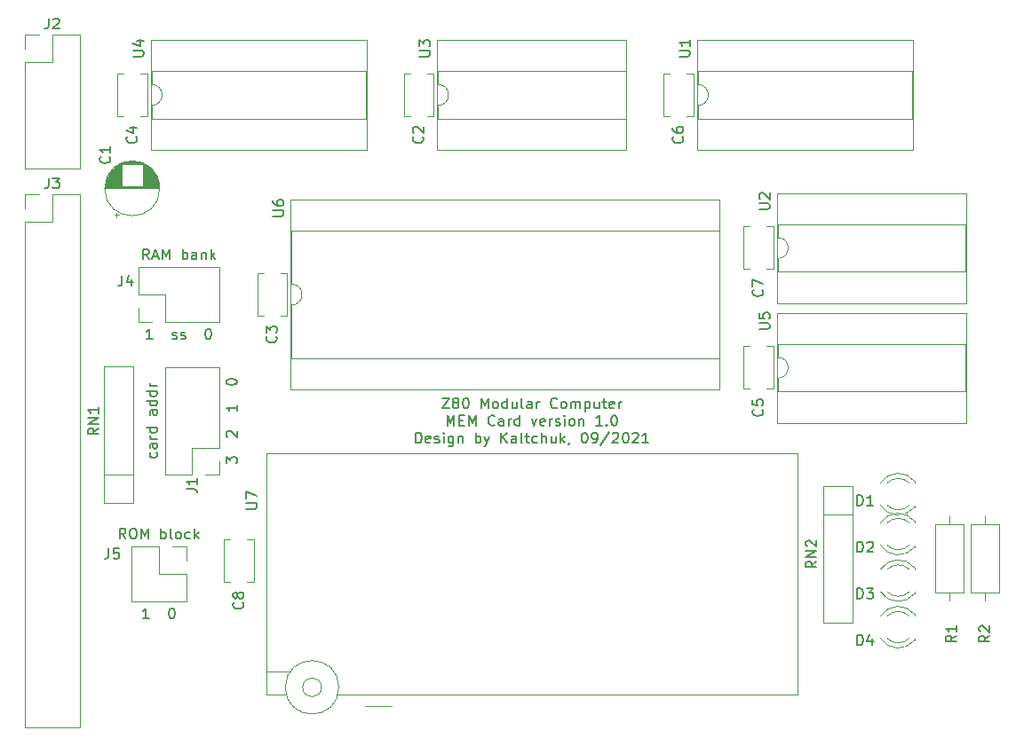
<source format=gbr>
G04 #@! TF.GenerationSoftware,KiCad,Pcbnew,(5.1.4)-1*
G04 #@! TF.CreationDate,2021-09-17T15:34:01+03:00*
G04 #@! TF.ProjectId,MEM,4d454d2e-6b69-4636-9164-5f7063625858,rev?*
G04 #@! TF.SameCoordinates,Original*
G04 #@! TF.FileFunction,Legend,Top*
G04 #@! TF.FilePolarity,Positive*
%FSLAX46Y46*%
G04 Gerber Fmt 4.6, Leading zero omitted, Abs format (unit mm)*
G04 Created by KiCad (PCBNEW (5.1.4)-1) date 2021-09-17 15:34:01*
%MOMM*%
%LPD*%
G04 APERTURE LIST*
%ADD10C,0.149860*%
%ADD11C,0.150000*%
%ADD12C,0.120000*%
G04 APERTURE END LIST*
D10*
X113681195Y-86812380D02*
X113109768Y-86812380D01*
X113395481Y-86812380D02*
X113395481Y-85812382D01*
X113300243Y-85955238D01*
X113205006Y-86050476D01*
X113109768Y-86098095D01*
X115585953Y-86764761D02*
X115681191Y-86812380D01*
X115871667Y-86812380D01*
X115966905Y-86764761D01*
X116014524Y-86669523D01*
X116014524Y-86621904D01*
X115966905Y-86526666D01*
X115871667Y-86479047D01*
X115728810Y-86479047D01*
X115633572Y-86431428D01*
X115585953Y-86336190D01*
X115585953Y-86288571D01*
X115633572Y-86193333D01*
X115728810Y-86145714D01*
X115871667Y-86145714D01*
X115966905Y-86193333D01*
X116395475Y-86764761D02*
X116490713Y-86812380D01*
X116681189Y-86812380D01*
X116776427Y-86764761D01*
X116824046Y-86669523D01*
X116824046Y-86621904D01*
X116776427Y-86526666D01*
X116681189Y-86479047D01*
X116538332Y-86479047D01*
X116443094Y-86431428D01*
X116395475Y-86336190D01*
X116395475Y-86288571D01*
X116443094Y-86193333D01*
X116538332Y-86145714D01*
X116681189Y-86145714D01*
X116776427Y-86193333D01*
X118966899Y-85812382D02*
X119062137Y-85812382D01*
X119157375Y-85860001D01*
X119204994Y-85907619D01*
X119252612Y-86002857D01*
X119300231Y-86193333D01*
X119300231Y-86431428D01*
X119252612Y-86621904D01*
X119204994Y-86717142D01*
X119157375Y-86764761D01*
X119062137Y-86812380D01*
X118966899Y-86812380D01*
X118871661Y-86764761D01*
X118824042Y-86717142D01*
X118776423Y-86621904D01*
X118728804Y-86431428D01*
X118728804Y-86193333D01*
X118776423Y-86002857D01*
X118824042Y-85907619D01*
X118871661Y-85860001D01*
X118966899Y-85812382D01*
X113347620Y-113482380D02*
X112776193Y-113482380D01*
X113061907Y-113482380D02*
X113061907Y-112482382D01*
X112966669Y-112625238D01*
X112871431Y-112720476D01*
X112776193Y-112768095D01*
X115490473Y-112482382D02*
X115585711Y-112482382D01*
X115680949Y-112530001D01*
X115728568Y-112577619D01*
X115776187Y-112672857D01*
X115823806Y-112863333D01*
X115823806Y-113101428D01*
X115776187Y-113291904D01*
X115728568Y-113387142D01*
X115680949Y-113434761D01*
X115585711Y-113482380D01*
X115490473Y-113482380D01*
X115395235Y-113434761D01*
X115347616Y-113387142D01*
X115299998Y-113291904D01*
X115252379Y-113101428D01*
X115252379Y-112863333D01*
X115299998Y-112672857D01*
X115347616Y-112577619D01*
X115395235Y-112530001D01*
X115490473Y-112482382D01*
X120737382Y-98662610D02*
X120737382Y-98043564D01*
X121118333Y-98376897D01*
X121118333Y-98234040D01*
X121165952Y-98138802D01*
X121213571Y-98091183D01*
X121308809Y-98043564D01*
X121546904Y-98043564D01*
X121642142Y-98091183D01*
X121689761Y-98138802D01*
X121737380Y-98234040D01*
X121737380Y-98519754D01*
X121689761Y-98614992D01*
X121642142Y-98662610D01*
X120832619Y-96138806D02*
X120785001Y-96091187D01*
X120737382Y-95995949D01*
X120737382Y-95757854D01*
X120785001Y-95662616D01*
X120832619Y-95614998D01*
X120927857Y-95567379D01*
X121023095Y-95567379D01*
X121165952Y-95614998D01*
X121737380Y-96186425D01*
X121737380Y-95567379D01*
X121737380Y-93091193D02*
X121737380Y-93662620D01*
X121737380Y-93376907D02*
X120737382Y-93376907D01*
X120880238Y-93472145D01*
X120975476Y-93567383D01*
X121023095Y-93662620D01*
X120737382Y-90948340D02*
X120737382Y-90853102D01*
X120785001Y-90757864D01*
X120832619Y-90710245D01*
X120927857Y-90662626D01*
X121118333Y-90615008D01*
X121356428Y-90615008D01*
X121546904Y-90662626D01*
X121642142Y-90710245D01*
X121689761Y-90757864D01*
X121737380Y-90853102D01*
X121737380Y-90948340D01*
X121689761Y-91043578D01*
X121642142Y-91091197D01*
X121546904Y-91138816D01*
X121356428Y-91186435D01*
X121118333Y-91186435D01*
X120927857Y-91138816D01*
X120832619Y-91091197D01*
X120785001Y-91043578D01*
X120737382Y-90948340D01*
X114069761Y-97638803D02*
X114117380Y-97734041D01*
X114117380Y-97924517D01*
X114069761Y-98019755D01*
X114022142Y-98067374D01*
X113926904Y-98114993D01*
X113641190Y-98114993D01*
X113545952Y-98067374D01*
X113498333Y-98019755D01*
X113450714Y-97924517D01*
X113450714Y-97734041D01*
X113498333Y-97638803D01*
X114117380Y-96781662D02*
X113593571Y-96781662D01*
X113498333Y-96829281D01*
X113450714Y-96924519D01*
X113450714Y-97114995D01*
X113498333Y-97210232D01*
X114069761Y-96781662D02*
X114117380Y-96876900D01*
X114117380Y-97114995D01*
X114069761Y-97210232D01*
X113974523Y-97257851D01*
X113879285Y-97257851D01*
X113784047Y-97210232D01*
X113736428Y-97114995D01*
X113736428Y-96876900D01*
X113688809Y-96781662D01*
X114117380Y-96305472D02*
X113450714Y-96305472D01*
X113641190Y-96305472D02*
X113545952Y-96257853D01*
X113498333Y-96210234D01*
X113450714Y-96114997D01*
X113450714Y-96019759D01*
X114117380Y-95257855D02*
X113117382Y-95257855D01*
X114069761Y-95257855D02*
X114117380Y-95353093D01*
X114117380Y-95543569D01*
X114069761Y-95638807D01*
X114022142Y-95686426D01*
X113926904Y-95734045D01*
X113641190Y-95734045D01*
X113545952Y-95686426D01*
X113498333Y-95638807D01*
X113450714Y-95543569D01*
X113450714Y-95353093D01*
X113498333Y-95257855D01*
X114117380Y-93591192D02*
X113593571Y-93591192D01*
X113498333Y-93638811D01*
X113450714Y-93734049D01*
X113450714Y-93924525D01*
X113498333Y-94019763D01*
X114069761Y-93591192D02*
X114117380Y-93686430D01*
X114117380Y-93924525D01*
X114069761Y-94019763D01*
X113974523Y-94067382D01*
X113879285Y-94067382D01*
X113784047Y-94019763D01*
X113736428Y-93924525D01*
X113736428Y-93686430D01*
X113688809Y-93591192D01*
X114117380Y-92686432D02*
X113117382Y-92686432D01*
X114069761Y-92686432D02*
X114117380Y-92781670D01*
X114117380Y-92972146D01*
X114069761Y-93067384D01*
X114022142Y-93115003D01*
X113926904Y-93162621D01*
X113641190Y-93162621D01*
X113545952Y-93115003D01*
X113498333Y-93067384D01*
X113450714Y-92972146D01*
X113450714Y-92781670D01*
X113498333Y-92686432D01*
X114117380Y-91781672D02*
X113117382Y-91781672D01*
X114069761Y-91781672D02*
X114117380Y-91876910D01*
X114117380Y-92067386D01*
X114069761Y-92162623D01*
X114022142Y-92210242D01*
X113926904Y-92257861D01*
X113641190Y-92257861D01*
X113545952Y-92210242D01*
X113498333Y-92162623D01*
X113450714Y-92067386D01*
X113450714Y-91876910D01*
X113498333Y-91781672D01*
X114117380Y-91305482D02*
X113450714Y-91305482D01*
X113641190Y-91305482D02*
X113545952Y-91257863D01*
X113498333Y-91210244D01*
X113450714Y-91115007D01*
X113450714Y-91019769D01*
X111133339Y-105862380D02*
X110800007Y-105386190D01*
X110561912Y-105862380D02*
X110561912Y-104862382D01*
X110942863Y-104862382D01*
X111038101Y-104910001D01*
X111085720Y-104957619D01*
X111133339Y-105052857D01*
X111133339Y-105195714D01*
X111085720Y-105290952D01*
X111038101Y-105338571D01*
X110942863Y-105386190D01*
X110561912Y-105386190D01*
X111752386Y-104862382D02*
X111942861Y-104862382D01*
X112038099Y-104910001D01*
X112133337Y-105005238D01*
X112180956Y-105195714D01*
X112180956Y-105529047D01*
X112133337Y-105719523D01*
X112038099Y-105814761D01*
X111942861Y-105862380D01*
X111752386Y-105862380D01*
X111657148Y-105814761D01*
X111561910Y-105719523D01*
X111514291Y-105529047D01*
X111514291Y-105195714D01*
X111561910Y-105005238D01*
X111657148Y-104910001D01*
X111752386Y-104862382D01*
X112609527Y-105862380D02*
X112609527Y-104862382D01*
X112942859Y-105576666D01*
X113276192Y-104862382D01*
X113276192Y-105862380D01*
X114514285Y-105862380D02*
X114514285Y-104862382D01*
X114514285Y-105243333D02*
X114609523Y-105195714D01*
X114799999Y-105195714D01*
X114895236Y-105243333D01*
X114942855Y-105290952D01*
X114990474Y-105386190D01*
X114990474Y-105671904D01*
X114942855Y-105767142D01*
X114895236Y-105814761D01*
X114799999Y-105862380D01*
X114609523Y-105862380D01*
X114514285Y-105814761D01*
X115561902Y-105862380D02*
X115466664Y-105814761D01*
X115419045Y-105719523D01*
X115419045Y-104862382D01*
X116085710Y-105862380D02*
X115990472Y-105814761D01*
X115942853Y-105767142D01*
X115895234Y-105671904D01*
X115895234Y-105386190D01*
X115942853Y-105290952D01*
X115990472Y-105243333D01*
X116085710Y-105195714D01*
X116228567Y-105195714D01*
X116323805Y-105243333D01*
X116371424Y-105290952D01*
X116419043Y-105386190D01*
X116419043Y-105671904D01*
X116371424Y-105767142D01*
X116323805Y-105814761D01*
X116228567Y-105862380D01*
X116085710Y-105862380D01*
X117276184Y-105814761D02*
X117180946Y-105862380D01*
X116990470Y-105862380D01*
X116895232Y-105814761D01*
X116847613Y-105767142D01*
X116799995Y-105671904D01*
X116799995Y-105386190D01*
X116847613Y-105290952D01*
X116895232Y-105243333D01*
X116990470Y-105195714D01*
X117180946Y-105195714D01*
X117276184Y-105243333D01*
X117704755Y-105862380D02*
X117704755Y-104862382D01*
X117799993Y-105481428D02*
X118085706Y-105862380D01*
X118085706Y-105195714D02*
X117704755Y-105576666D01*
X113371672Y-79192380D02*
X113038339Y-78716190D01*
X112800244Y-79192380D02*
X112800244Y-78192382D01*
X113181196Y-78192382D01*
X113276434Y-78240001D01*
X113324053Y-78287619D01*
X113371672Y-78382857D01*
X113371672Y-78525714D01*
X113324053Y-78620952D01*
X113276434Y-78668571D01*
X113181196Y-78716190D01*
X112800244Y-78716190D01*
X113752623Y-78906666D02*
X114228813Y-78906666D01*
X113657386Y-79192380D02*
X113990718Y-78192382D01*
X114324051Y-79192380D01*
X114657384Y-79192380D02*
X114657384Y-78192382D01*
X114990716Y-78906666D01*
X115324049Y-78192382D01*
X115324049Y-79192380D01*
X116562142Y-79192380D02*
X116562142Y-78192382D01*
X116562142Y-78573333D02*
X116657380Y-78525714D01*
X116847855Y-78525714D01*
X116943093Y-78573333D01*
X116990712Y-78620952D01*
X117038331Y-78716190D01*
X117038331Y-79001904D01*
X116990712Y-79097142D01*
X116943093Y-79144761D01*
X116847855Y-79192380D01*
X116657380Y-79192380D01*
X116562142Y-79144761D01*
X117895472Y-79192380D02*
X117895472Y-78668571D01*
X117847853Y-78573333D01*
X117752615Y-78525714D01*
X117562140Y-78525714D01*
X117466902Y-78573333D01*
X117895472Y-79144761D02*
X117800234Y-79192380D01*
X117562140Y-79192380D01*
X117466902Y-79144761D01*
X117419283Y-79049523D01*
X117419283Y-78954285D01*
X117466902Y-78859047D01*
X117562140Y-78811428D01*
X117800234Y-78811428D01*
X117895472Y-78763809D01*
X118371662Y-78525714D02*
X118371662Y-79192380D01*
X118371662Y-78620952D02*
X118419281Y-78573333D01*
X118514519Y-78525714D01*
X118657376Y-78525714D01*
X118752613Y-78573333D01*
X118800232Y-78668571D01*
X118800232Y-79192380D01*
X119276422Y-79192380D02*
X119276422Y-78192382D01*
X119371660Y-78811428D02*
X119657374Y-79192380D01*
X119657374Y-78525714D02*
X119276422Y-78906666D01*
D11*
X141312380Y-92417380D02*
X141979047Y-92417380D01*
X141312380Y-93417380D01*
X141979047Y-93417380D01*
X142502857Y-92845952D02*
X142407619Y-92798333D01*
X142360000Y-92750714D01*
X142312380Y-92655476D01*
X142312380Y-92607857D01*
X142360000Y-92512619D01*
X142407619Y-92465000D01*
X142502857Y-92417380D01*
X142693333Y-92417380D01*
X142788571Y-92465000D01*
X142836190Y-92512619D01*
X142883809Y-92607857D01*
X142883809Y-92655476D01*
X142836190Y-92750714D01*
X142788571Y-92798333D01*
X142693333Y-92845952D01*
X142502857Y-92845952D01*
X142407619Y-92893571D01*
X142360000Y-92941190D01*
X142312380Y-93036428D01*
X142312380Y-93226904D01*
X142360000Y-93322142D01*
X142407619Y-93369761D01*
X142502857Y-93417380D01*
X142693333Y-93417380D01*
X142788571Y-93369761D01*
X142836190Y-93322142D01*
X142883809Y-93226904D01*
X142883809Y-93036428D01*
X142836190Y-92941190D01*
X142788571Y-92893571D01*
X142693333Y-92845952D01*
X143502857Y-92417380D02*
X143598095Y-92417380D01*
X143693333Y-92465000D01*
X143740952Y-92512619D01*
X143788571Y-92607857D01*
X143836190Y-92798333D01*
X143836190Y-93036428D01*
X143788571Y-93226904D01*
X143740952Y-93322142D01*
X143693333Y-93369761D01*
X143598095Y-93417380D01*
X143502857Y-93417380D01*
X143407619Y-93369761D01*
X143360000Y-93322142D01*
X143312380Y-93226904D01*
X143264761Y-93036428D01*
X143264761Y-92798333D01*
X143312380Y-92607857D01*
X143360000Y-92512619D01*
X143407619Y-92465000D01*
X143502857Y-92417380D01*
X145026666Y-93417380D02*
X145026666Y-92417380D01*
X145360000Y-93131666D01*
X145693333Y-92417380D01*
X145693333Y-93417380D01*
X146312380Y-93417380D02*
X146217142Y-93369761D01*
X146169523Y-93322142D01*
X146121904Y-93226904D01*
X146121904Y-92941190D01*
X146169523Y-92845952D01*
X146217142Y-92798333D01*
X146312380Y-92750714D01*
X146455238Y-92750714D01*
X146550476Y-92798333D01*
X146598095Y-92845952D01*
X146645714Y-92941190D01*
X146645714Y-93226904D01*
X146598095Y-93322142D01*
X146550476Y-93369761D01*
X146455238Y-93417380D01*
X146312380Y-93417380D01*
X147502857Y-93417380D02*
X147502857Y-92417380D01*
X147502857Y-93369761D02*
X147407619Y-93417380D01*
X147217142Y-93417380D01*
X147121904Y-93369761D01*
X147074285Y-93322142D01*
X147026666Y-93226904D01*
X147026666Y-92941190D01*
X147074285Y-92845952D01*
X147121904Y-92798333D01*
X147217142Y-92750714D01*
X147407619Y-92750714D01*
X147502857Y-92798333D01*
X148407619Y-92750714D02*
X148407619Y-93417380D01*
X147979047Y-92750714D02*
X147979047Y-93274523D01*
X148026666Y-93369761D01*
X148121904Y-93417380D01*
X148264761Y-93417380D01*
X148360000Y-93369761D01*
X148407619Y-93322142D01*
X149026666Y-93417380D02*
X148931428Y-93369761D01*
X148883809Y-93274523D01*
X148883809Y-92417380D01*
X149836190Y-93417380D02*
X149836190Y-92893571D01*
X149788571Y-92798333D01*
X149693333Y-92750714D01*
X149502857Y-92750714D01*
X149407619Y-92798333D01*
X149836190Y-93369761D02*
X149740952Y-93417380D01*
X149502857Y-93417380D01*
X149407619Y-93369761D01*
X149360000Y-93274523D01*
X149360000Y-93179285D01*
X149407619Y-93084047D01*
X149502857Y-93036428D01*
X149740952Y-93036428D01*
X149836190Y-92988809D01*
X150312380Y-93417380D02*
X150312380Y-92750714D01*
X150312380Y-92941190D02*
X150360000Y-92845952D01*
X150407619Y-92798333D01*
X150502857Y-92750714D01*
X150598095Y-92750714D01*
X152264761Y-93322142D02*
X152217142Y-93369761D01*
X152074285Y-93417380D01*
X151979047Y-93417380D01*
X151836190Y-93369761D01*
X151740952Y-93274523D01*
X151693333Y-93179285D01*
X151645714Y-92988809D01*
X151645714Y-92845952D01*
X151693333Y-92655476D01*
X151740952Y-92560238D01*
X151836190Y-92465000D01*
X151979047Y-92417380D01*
X152074285Y-92417380D01*
X152217142Y-92465000D01*
X152264761Y-92512619D01*
X152836190Y-93417380D02*
X152740952Y-93369761D01*
X152693333Y-93322142D01*
X152645714Y-93226904D01*
X152645714Y-92941190D01*
X152693333Y-92845952D01*
X152740952Y-92798333D01*
X152836190Y-92750714D01*
X152979047Y-92750714D01*
X153074285Y-92798333D01*
X153121904Y-92845952D01*
X153169523Y-92941190D01*
X153169523Y-93226904D01*
X153121904Y-93322142D01*
X153074285Y-93369761D01*
X152979047Y-93417380D01*
X152836190Y-93417380D01*
X153598095Y-93417380D02*
X153598095Y-92750714D01*
X153598095Y-92845952D02*
X153645714Y-92798333D01*
X153740952Y-92750714D01*
X153883809Y-92750714D01*
X153979047Y-92798333D01*
X154026666Y-92893571D01*
X154026666Y-93417380D01*
X154026666Y-92893571D02*
X154074285Y-92798333D01*
X154169523Y-92750714D01*
X154312380Y-92750714D01*
X154407619Y-92798333D01*
X154455238Y-92893571D01*
X154455238Y-93417380D01*
X154931428Y-92750714D02*
X154931428Y-93750714D01*
X154931428Y-92798333D02*
X155026666Y-92750714D01*
X155217142Y-92750714D01*
X155312380Y-92798333D01*
X155360000Y-92845952D01*
X155407619Y-92941190D01*
X155407619Y-93226904D01*
X155360000Y-93322142D01*
X155312380Y-93369761D01*
X155217142Y-93417380D01*
X155026666Y-93417380D01*
X154931428Y-93369761D01*
X156264761Y-92750714D02*
X156264761Y-93417380D01*
X155836190Y-92750714D02*
X155836190Y-93274523D01*
X155883809Y-93369761D01*
X155979047Y-93417380D01*
X156121904Y-93417380D01*
X156217142Y-93369761D01*
X156264761Y-93322142D01*
X156598095Y-92750714D02*
X156979047Y-92750714D01*
X156740952Y-92417380D02*
X156740952Y-93274523D01*
X156788571Y-93369761D01*
X156883809Y-93417380D01*
X156979047Y-93417380D01*
X157693333Y-93369761D02*
X157598095Y-93417380D01*
X157407619Y-93417380D01*
X157312380Y-93369761D01*
X157264761Y-93274523D01*
X157264761Y-92893571D01*
X157312380Y-92798333D01*
X157407619Y-92750714D01*
X157598095Y-92750714D01*
X157693333Y-92798333D01*
X157740952Y-92893571D01*
X157740952Y-92988809D01*
X157264761Y-93084047D01*
X158169523Y-93417380D02*
X158169523Y-92750714D01*
X158169523Y-92941190D02*
X158217142Y-92845952D01*
X158264761Y-92798333D01*
X158360000Y-92750714D01*
X158455238Y-92750714D01*
X141788571Y-95067380D02*
X141788571Y-94067380D01*
X142121904Y-94781666D01*
X142455238Y-94067380D01*
X142455238Y-95067380D01*
X142931428Y-94543571D02*
X143264761Y-94543571D01*
X143407619Y-95067380D02*
X142931428Y-95067380D01*
X142931428Y-94067380D01*
X143407619Y-94067380D01*
X143836190Y-95067380D02*
X143836190Y-94067380D01*
X144169523Y-94781666D01*
X144502857Y-94067380D01*
X144502857Y-95067380D01*
X146312380Y-94972142D02*
X146264761Y-95019761D01*
X146121904Y-95067380D01*
X146026666Y-95067380D01*
X145883809Y-95019761D01*
X145788571Y-94924523D01*
X145740952Y-94829285D01*
X145693333Y-94638809D01*
X145693333Y-94495952D01*
X145740952Y-94305476D01*
X145788571Y-94210238D01*
X145883809Y-94115000D01*
X146026666Y-94067380D01*
X146121904Y-94067380D01*
X146264761Y-94115000D01*
X146312380Y-94162619D01*
X147169523Y-95067380D02*
X147169523Y-94543571D01*
X147121904Y-94448333D01*
X147026666Y-94400714D01*
X146836190Y-94400714D01*
X146740952Y-94448333D01*
X147169523Y-95019761D02*
X147074285Y-95067380D01*
X146836190Y-95067380D01*
X146740952Y-95019761D01*
X146693333Y-94924523D01*
X146693333Y-94829285D01*
X146740952Y-94734047D01*
X146836190Y-94686428D01*
X147074285Y-94686428D01*
X147169523Y-94638809D01*
X147645714Y-95067380D02*
X147645714Y-94400714D01*
X147645714Y-94591190D02*
X147693333Y-94495952D01*
X147740952Y-94448333D01*
X147836190Y-94400714D01*
X147931428Y-94400714D01*
X148693333Y-95067380D02*
X148693333Y-94067380D01*
X148693333Y-95019761D02*
X148598095Y-95067380D01*
X148407619Y-95067380D01*
X148312380Y-95019761D01*
X148264761Y-94972142D01*
X148217142Y-94876904D01*
X148217142Y-94591190D01*
X148264761Y-94495952D01*
X148312380Y-94448333D01*
X148407619Y-94400714D01*
X148598095Y-94400714D01*
X148693333Y-94448333D01*
X149836190Y-94400714D02*
X150074285Y-95067380D01*
X150312380Y-94400714D01*
X151074285Y-95019761D02*
X150979047Y-95067380D01*
X150788571Y-95067380D01*
X150693333Y-95019761D01*
X150645714Y-94924523D01*
X150645714Y-94543571D01*
X150693333Y-94448333D01*
X150788571Y-94400714D01*
X150979047Y-94400714D01*
X151074285Y-94448333D01*
X151121904Y-94543571D01*
X151121904Y-94638809D01*
X150645714Y-94734047D01*
X151550476Y-95067380D02*
X151550476Y-94400714D01*
X151550476Y-94591190D02*
X151598095Y-94495952D01*
X151645714Y-94448333D01*
X151740952Y-94400714D01*
X151836190Y-94400714D01*
X152121904Y-95019761D02*
X152217142Y-95067380D01*
X152407619Y-95067380D01*
X152502857Y-95019761D01*
X152550476Y-94924523D01*
X152550476Y-94876904D01*
X152502857Y-94781666D01*
X152407619Y-94734047D01*
X152264761Y-94734047D01*
X152169523Y-94686428D01*
X152121904Y-94591190D01*
X152121904Y-94543571D01*
X152169523Y-94448333D01*
X152264761Y-94400714D01*
X152407619Y-94400714D01*
X152502857Y-94448333D01*
X152979047Y-95067380D02*
X152979047Y-94400714D01*
X152979047Y-94067380D02*
X152931428Y-94115000D01*
X152979047Y-94162619D01*
X153026666Y-94115000D01*
X152979047Y-94067380D01*
X152979047Y-94162619D01*
X153598095Y-95067380D02*
X153502857Y-95019761D01*
X153455238Y-94972142D01*
X153407619Y-94876904D01*
X153407619Y-94591190D01*
X153455238Y-94495952D01*
X153502857Y-94448333D01*
X153598095Y-94400714D01*
X153740952Y-94400714D01*
X153836190Y-94448333D01*
X153883809Y-94495952D01*
X153931428Y-94591190D01*
X153931428Y-94876904D01*
X153883809Y-94972142D01*
X153836190Y-95019761D01*
X153740952Y-95067380D01*
X153598095Y-95067380D01*
X154360000Y-94400714D02*
X154360000Y-95067380D01*
X154360000Y-94495952D02*
X154407619Y-94448333D01*
X154502857Y-94400714D01*
X154645714Y-94400714D01*
X154740952Y-94448333D01*
X154788571Y-94543571D01*
X154788571Y-95067380D01*
X156550476Y-95067380D02*
X155979047Y-95067380D01*
X156264761Y-95067380D02*
X156264761Y-94067380D01*
X156169523Y-94210238D01*
X156074285Y-94305476D01*
X155979047Y-94353095D01*
X156979047Y-94972142D02*
X157026666Y-95019761D01*
X156979047Y-95067380D01*
X156931428Y-95019761D01*
X156979047Y-94972142D01*
X156979047Y-95067380D01*
X157645714Y-94067380D02*
X157740952Y-94067380D01*
X157836190Y-94115000D01*
X157883809Y-94162619D01*
X157931428Y-94257857D01*
X157979047Y-94448333D01*
X157979047Y-94686428D01*
X157931428Y-94876904D01*
X157883809Y-94972142D01*
X157836190Y-95019761D01*
X157740952Y-95067380D01*
X157645714Y-95067380D01*
X157550476Y-95019761D01*
X157502857Y-94972142D01*
X157455238Y-94876904D01*
X157407619Y-94686428D01*
X157407619Y-94448333D01*
X157455238Y-94257857D01*
X157502857Y-94162619D01*
X157550476Y-94115000D01*
X157645714Y-94067380D01*
X138788571Y-96717380D02*
X138788571Y-95717380D01*
X139026666Y-95717380D01*
X139169523Y-95765000D01*
X139264761Y-95860238D01*
X139312380Y-95955476D01*
X139360000Y-96145952D01*
X139360000Y-96288809D01*
X139312380Y-96479285D01*
X139264761Y-96574523D01*
X139169523Y-96669761D01*
X139026666Y-96717380D01*
X138788571Y-96717380D01*
X140169523Y-96669761D02*
X140074285Y-96717380D01*
X139883809Y-96717380D01*
X139788571Y-96669761D01*
X139740952Y-96574523D01*
X139740952Y-96193571D01*
X139788571Y-96098333D01*
X139883809Y-96050714D01*
X140074285Y-96050714D01*
X140169523Y-96098333D01*
X140217142Y-96193571D01*
X140217142Y-96288809D01*
X139740952Y-96384047D01*
X140598095Y-96669761D02*
X140693333Y-96717380D01*
X140883809Y-96717380D01*
X140979047Y-96669761D01*
X141026666Y-96574523D01*
X141026666Y-96526904D01*
X140979047Y-96431666D01*
X140883809Y-96384047D01*
X140740952Y-96384047D01*
X140645714Y-96336428D01*
X140598095Y-96241190D01*
X140598095Y-96193571D01*
X140645714Y-96098333D01*
X140740952Y-96050714D01*
X140883809Y-96050714D01*
X140979047Y-96098333D01*
X141455238Y-96717380D02*
X141455238Y-96050714D01*
X141455238Y-95717380D02*
X141407619Y-95765000D01*
X141455238Y-95812619D01*
X141502857Y-95765000D01*
X141455238Y-95717380D01*
X141455238Y-95812619D01*
X142360000Y-96050714D02*
X142360000Y-96860238D01*
X142312380Y-96955476D01*
X142264761Y-97003095D01*
X142169523Y-97050714D01*
X142026666Y-97050714D01*
X141931428Y-97003095D01*
X142360000Y-96669761D02*
X142264761Y-96717380D01*
X142074285Y-96717380D01*
X141979047Y-96669761D01*
X141931428Y-96622142D01*
X141883809Y-96526904D01*
X141883809Y-96241190D01*
X141931428Y-96145952D01*
X141979047Y-96098333D01*
X142074285Y-96050714D01*
X142264761Y-96050714D01*
X142360000Y-96098333D01*
X142836190Y-96050714D02*
X142836190Y-96717380D01*
X142836190Y-96145952D02*
X142883809Y-96098333D01*
X142979047Y-96050714D01*
X143121904Y-96050714D01*
X143217142Y-96098333D01*
X143264761Y-96193571D01*
X143264761Y-96717380D01*
X144502857Y-96717380D02*
X144502857Y-95717380D01*
X144502857Y-96098333D02*
X144598095Y-96050714D01*
X144788571Y-96050714D01*
X144883809Y-96098333D01*
X144931428Y-96145952D01*
X144979047Y-96241190D01*
X144979047Y-96526904D01*
X144931428Y-96622142D01*
X144883809Y-96669761D01*
X144788571Y-96717380D01*
X144598095Y-96717380D01*
X144502857Y-96669761D01*
X145312380Y-96050714D02*
X145550476Y-96717380D01*
X145788571Y-96050714D02*
X145550476Y-96717380D01*
X145455238Y-96955476D01*
X145407619Y-97003095D01*
X145312380Y-97050714D01*
X146931428Y-96717380D02*
X146931428Y-95717380D01*
X147502857Y-96717380D02*
X147074285Y-96145952D01*
X147502857Y-95717380D02*
X146931428Y-96288809D01*
X148360000Y-96717380D02*
X148360000Y-96193571D01*
X148312380Y-96098333D01*
X148217142Y-96050714D01*
X148026666Y-96050714D01*
X147931428Y-96098333D01*
X148360000Y-96669761D02*
X148264761Y-96717380D01*
X148026666Y-96717380D01*
X147931428Y-96669761D01*
X147883809Y-96574523D01*
X147883809Y-96479285D01*
X147931428Y-96384047D01*
X148026666Y-96336428D01*
X148264761Y-96336428D01*
X148360000Y-96288809D01*
X148979047Y-96717380D02*
X148883809Y-96669761D01*
X148836190Y-96574523D01*
X148836190Y-95717380D01*
X149217142Y-96050714D02*
X149598095Y-96050714D01*
X149360000Y-95717380D02*
X149360000Y-96574523D01*
X149407619Y-96669761D01*
X149502857Y-96717380D01*
X149598095Y-96717380D01*
X150360000Y-96669761D02*
X150264761Y-96717380D01*
X150074285Y-96717380D01*
X149979047Y-96669761D01*
X149931428Y-96622142D01*
X149883809Y-96526904D01*
X149883809Y-96241190D01*
X149931428Y-96145952D01*
X149979047Y-96098333D01*
X150074285Y-96050714D01*
X150264761Y-96050714D01*
X150360000Y-96098333D01*
X150788571Y-96717380D02*
X150788571Y-95717380D01*
X151217142Y-96717380D02*
X151217142Y-96193571D01*
X151169523Y-96098333D01*
X151074285Y-96050714D01*
X150931428Y-96050714D01*
X150836190Y-96098333D01*
X150788571Y-96145952D01*
X152121904Y-96050714D02*
X152121904Y-96717380D01*
X151693333Y-96050714D02*
X151693333Y-96574523D01*
X151740952Y-96669761D01*
X151836190Y-96717380D01*
X151979047Y-96717380D01*
X152074285Y-96669761D01*
X152121904Y-96622142D01*
X152598095Y-96717380D02*
X152598095Y-95717380D01*
X152693333Y-96336428D02*
X152979047Y-96717380D01*
X152979047Y-96050714D02*
X152598095Y-96431666D01*
X153455238Y-96669761D02*
X153455238Y-96717380D01*
X153407619Y-96812619D01*
X153360000Y-96860238D01*
X154836190Y-95717380D02*
X154931428Y-95717380D01*
X155026666Y-95765000D01*
X155074285Y-95812619D01*
X155121904Y-95907857D01*
X155169523Y-96098333D01*
X155169523Y-96336428D01*
X155121904Y-96526904D01*
X155074285Y-96622142D01*
X155026666Y-96669761D01*
X154931428Y-96717380D01*
X154836190Y-96717380D01*
X154740952Y-96669761D01*
X154693333Y-96622142D01*
X154645714Y-96526904D01*
X154598095Y-96336428D01*
X154598095Y-96098333D01*
X154645714Y-95907857D01*
X154693333Y-95812619D01*
X154740952Y-95765000D01*
X154836190Y-95717380D01*
X155645714Y-96717380D02*
X155836190Y-96717380D01*
X155931428Y-96669761D01*
X155979047Y-96622142D01*
X156074285Y-96479285D01*
X156121904Y-96288809D01*
X156121904Y-95907857D01*
X156074285Y-95812619D01*
X156026666Y-95765000D01*
X155931428Y-95717380D01*
X155740952Y-95717380D01*
X155645714Y-95765000D01*
X155598095Y-95812619D01*
X155550476Y-95907857D01*
X155550476Y-96145952D01*
X155598095Y-96241190D01*
X155645714Y-96288809D01*
X155740952Y-96336428D01*
X155931428Y-96336428D01*
X156026666Y-96288809D01*
X156074285Y-96241190D01*
X156121904Y-96145952D01*
X157264761Y-95669761D02*
X156407619Y-96955476D01*
X157550476Y-95812619D02*
X157598095Y-95765000D01*
X157693333Y-95717380D01*
X157931428Y-95717380D01*
X158026666Y-95765000D01*
X158074285Y-95812619D01*
X158121904Y-95907857D01*
X158121904Y-96003095D01*
X158074285Y-96145952D01*
X157502857Y-96717380D01*
X158121904Y-96717380D01*
X158740952Y-95717380D02*
X158836190Y-95717380D01*
X158931428Y-95765000D01*
X158979047Y-95812619D01*
X159026666Y-95907857D01*
X159074285Y-96098333D01*
X159074285Y-96336428D01*
X159026666Y-96526904D01*
X158979047Y-96622142D01*
X158931428Y-96669761D01*
X158836190Y-96717380D01*
X158740952Y-96717380D01*
X158645714Y-96669761D01*
X158598095Y-96622142D01*
X158550476Y-96526904D01*
X158502857Y-96336428D01*
X158502857Y-96098333D01*
X158550476Y-95907857D01*
X158598095Y-95812619D01*
X158645714Y-95765000D01*
X158740952Y-95717380D01*
X159455238Y-95812619D02*
X159502857Y-95765000D01*
X159598095Y-95717380D01*
X159836190Y-95717380D01*
X159931428Y-95765000D01*
X159979047Y-95812619D01*
X160026666Y-95907857D01*
X160026666Y-96003095D01*
X159979047Y-96145952D01*
X159407619Y-96717380D01*
X160026666Y-96717380D01*
X160979047Y-96717380D02*
X160407619Y-96717380D01*
X160693333Y-96717380D02*
X160693333Y-95717380D01*
X160598095Y-95860238D01*
X160502857Y-95955476D01*
X160407619Y-96003095D01*
D12*
X101540000Y-70545000D02*
X106740000Y-70545000D01*
X101540000Y-60325000D02*
X101540000Y-70545000D01*
X106740000Y-57725000D02*
X106740000Y-70545000D01*
X101540000Y-60325000D02*
X104140000Y-60325000D01*
X104140000Y-60325000D02*
X104140000Y-57725000D01*
X104140000Y-57725000D02*
X106740000Y-57725000D01*
X101540000Y-59055000D02*
X101540000Y-57725000D01*
X101540000Y-57725000D02*
X102870000Y-57725000D01*
X114380000Y-72410000D02*
G75*
G03X114380000Y-72410000I-2620000J0D01*
G01*
X109180000Y-72410000D02*
X114340000Y-72410000D01*
X109180000Y-72370000D02*
X114340000Y-72370000D01*
X109181000Y-72330000D02*
X114339000Y-72330000D01*
X109182000Y-72290000D02*
X114338000Y-72290000D01*
X109184000Y-72250000D02*
X114336000Y-72250000D01*
X109187000Y-72210000D02*
X114333000Y-72210000D01*
X109191000Y-72170000D02*
X110720000Y-72170000D01*
X112800000Y-72170000D02*
X114329000Y-72170000D01*
X109195000Y-72130000D02*
X110720000Y-72130000D01*
X112800000Y-72130000D02*
X114325000Y-72130000D01*
X109199000Y-72090000D02*
X110720000Y-72090000D01*
X112800000Y-72090000D02*
X114321000Y-72090000D01*
X109204000Y-72050000D02*
X110720000Y-72050000D01*
X112800000Y-72050000D02*
X114316000Y-72050000D01*
X109210000Y-72010000D02*
X110720000Y-72010000D01*
X112800000Y-72010000D02*
X114310000Y-72010000D01*
X109217000Y-71970000D02*
X110720000Y-71970000D01*
X112800000Y-71970000D02*
X114303000Y-71970000D01*
X109224000Y-71930000D02*
X110720000Y-71930000D01*
X112800000Y-71930000D02*
X114296000Y-71930000D01*
X109232000Y-71890000D02*
X110720000Y-71890000D01*
X112800000Y-71890000D02*
X114288000Y-71890000D01*
X109240000Y-71850000D02*
X110720000Y-71850000D01*
X112800000Y-71850000D02*
X114280000Y-71850000D01*
X109249000Y-71810000D02*
X110720000Y-71810000D01*
X112800000Y-71810000D02*
X114271000Y-71810000D01*
X109259000Y-71770000D02*
X110720000Y-71770000D01*
X112800000Y-71770000D02*
X114261000Y-71770000D01*
X109269000Y-71730000D02*
X110720000Y-71730000D01*
X112800000Y-71730000D02*
X114251000Y-71730000D01*
X109280000Y-71689000D02*
X110720000Y-71689000D01*
X112800000Y-71689000D02*
X114240000Y-71689000D01*
X109292000Y-71649000D02*
X110720000Y-71649000D01*
X112800000Y-71649000D02*
X114228000Y-71649000D01*
X109305000Y-71609000D02*
X110720000Y-71609000D01*
X112800000Y-71609000D02*
X114215000Y-71609000D01*
X109318000Y-71569000D02*
X110720000Y-71569000D01*
X112800000Y-71569000D02*
X114202000Y-71569000D01*
X109332000Y-71529000D02*
X110720000Y-71529000D01*
X112800000Y-71529000D02*
X114188000Y-71529000D01*
X109346000Y-71489000D02*
X110720000Y-71489000D01*
X112800000Y-71489000D02*
X114174000Y-71489000D01*
X109362000Y-71449000D02*
X110720000Y-71449000D01*
X112800000Y-71449000D02*
X114158000Y-71449000D01*
X109378000Y-71409000D02*
X110720000Y-71409000D01*
X112800000Y-71409000D02*
X114142000Y-71409000D01*
X109395000Y-71369000D02*
X110720000Y-71369000D01*
X112800000Y-71369000D02*
X114125000Y-71369000D01*
X109412000Y-71329000D02*
X110720000Y-71329000D01*
X112800000Y-71329000D02*
X114108000Y-71329000D01*
X109431000Y-71289000D02*
X110720000Y-71289000D01*
X112800000Y-71289000D02*
X114089000Y-71289000D01*
X109450000Y-71249000D02*
X110720000Y-71249000D01*
X112800000Y-71249000D02*
X114070000Y-71249000D01*
X109470000Y-71209000D02*
X110720000Y-71209000D01*
X112800000Y-71209000D02*
X114050000Y-71209000D01*
X109492000Y-71169000D02*
X110720000Y-71169000D01*
X112800000Y-71169000D02*
X114028000Y-71169000D01*
X109513000Y-71129000D02*
X110720000Y-71129000D01*
X112800000Y-71129000D02*
X114007000Y-71129000D01*
X109536000Y-71089000D02*
X110720000Y-71089000D01*
X112800000Y-71089000D02*
X113984000Y-71089000D01*
X109560000Y-71049000D02*
X110720000Y-71049000D01*
X112800000Y-71049000D02*
X113960000Y-71049000D01*
X109585000Y-71009000D02*
X110720000Y-71009000D01*
X112800000Y-71009000D02*
X113935000Y-71009000D01*
X109611000Y-70969000D02*
X110720000Y-70969000D01*
X112800000Y-70969000D02*
X113909000Y-70969000D01*
X109638000Y-70929000D02*
X110720000Y-70929000D01*
X112800000Y-70929000D02*
X113882000Y-70929000D01*
X109665000Y-70889000D02*
X110720000Y-70889000D01*
X112800000Y-70889000D02*
X113855000Y-70889000D01*
X109695000Y-70849000D02*
X110720000Y-70849000D01*
X112800000Y-70849000D02*
X113825000Y-70849000D01*
X109725000Y-70809000D02*
X110720000Y-70809000D01*
X112800000Y-70809000D02*
X113795000Y-70809000D01*
X109756000Y-70769000D02*
X110720000Y-70769000D01*
X112800000Y-70769000D02*
X113764000Y-70769000D01*
X109789000Y-70729000D02*
X110720000Y-70729000D01*
X112800000Y-70729000D02*
X113731000Y-70729000D01*
X109823000Y-70689000D02*
X110720000Y-70689000D01*
X112800000Y-70689000D02*
X113697000Y-70689000D01*
X109859000Y-70649000D02*
X110720000Y-70649000D01*
X112800000Y-70649000D02*
X113661000Y-70649000D01*
X109896000Y-70609000D02*
X110720000Y-70609000D01*
X112800000Y-70609000D02*
X113624000Y-70609000D01*
X109934000Y-70569000D02*
X110720000Y-70569000D01*
X112800000Y-70569000D02*
X113586000Y-70569000D01*
X109975000Y-70529000D02*
X110720000Y-70529000D01*
X112800000Y-70529000D02*
X113545000Y-70529000D01*
X110017000Y-70489000D02*
X110720000Y-70489000D01*
X112800000Y-70489000D02*
X113503000Y-70489000D01*
X110061000Y-70449000D02*
X110720000Y-70449000D01*
X112800000Y-70449000D02*
X113459000Y-70449000D01*
X110107000Y-70409000D02*
X110720000Y-70409000D01*
X112800000Y-70409000D02*
X113413000Y-70409000D01*
X110155000Y-70369000D02*
X110720000Y-70369000D01*
X112800000Y-70369000D02*
X113365000Y-70369000D01*
X110206000Y-70329000D02*
X110720000Y-70329000D01*
X112800000Y-70329000D02*
X113314000Y-70329000D01*
X110260000Y-70289000D02*
X110720000Y-70289000D01*
X112800000Y-70289000D02*
X113260000Y-70289000D01*
X110317000Y-70249000D02*
X110720000Y-70249000D01*
X112800000Y-70249000D02*
X113203000Y-70249000D01*
X110377000Y-70209000D02*
X110720000Y-70209000D01*
X112800000Y-70209000D02*
X113143000Y-70209000D01*
X110441000Y-70169000D02*
X110720000Y-70169000D01*
X112800000Y-70169000D02*
X113079000Y-70169000D01*
X110509000Y-70129000D02*
X110720000Y-70129000D01*
X112800000Y-70129000D02*
X113011000Y-70129000D01*
X110582000Y-70089000D02*
X112938000Y-70089000D01*
X110662000Y-70049000D02*
X112858000Y-70049000D01*
X110749000Y-70009000D02*
X112771000Y-70009000D01*
X110845000Y-69969000D02*
X112675000Y-69969000D01*
X110955000Y-69929000D02*
X112565000Y-69929000D01*
X111083000Y-69889000D02*
X112437000Y-69889000D01*
X111242000Y-69849000D02*
X112278000Y-69849000D01*
X111476000Y-69809000D02*
X112044000Y-69809000D01*
X110285000Y-75214775D02*
X110285000Y-74714775D01*
X110035000Y-74964775D02*
X110535000Y-74964775D01*
X140485000Y-61460000D02*
X140485000Y-65500000D01*
X137645000Y-61460000D02*
X137645000Y-65500000D01*
X140485000Y-61460000D02*
X139860000Y-61460000D01*
X138270000Y-61460000D02*
X137645000Y-61460000D01*
X140485000Y-65500000D02*
X139860000Y-65500000D01*
X138270000Y-65500000D02*
X137645000Y-65500000D01*
X126515000Y-80510000D02*
X126515000Y-84550000D01*
X123675000Y-80510000D02*
X123675000Y-84550000D01*
X126515000Y-80510000D02*
X125890000Y-80510000D01*
X124300000Y-80510000D02*
X123675000Y-80510000D01*
X126515000Y-84550000D02*
X125890000Y-84550000D01*
X124300000Y-84550000D02*
X123675000Y-84550000D01*
X112555000Y-61500000D02*
X113180000Y-61500000D01*
X110340000Y-61500000D02*
X110965000Y-61500000D01*
X112555000Y-65540000D02*
X113180000Y-65540000D01*
X110340000Y-65540000D02*
X110965000Y-65540000D01*
X113180000Y-65540000D02*
X113180000Y-61500000D01*
X110340000Y-65540000D02*
X110340000Y-61500000D01*
X170655000Y-91535000D02*
X170030000Y-91535000D01*
X172870000Y-91535000D02*
X172245000Y-91535000D01*
X170655000Y-87495000D02*
X170030000Y-87495000D01*
X172870000Y-87495000D02*
X172245000Y-87495000D01*
X170030000Y-87495000D02*
X170030000Y-91535000D01*
X172870000Y-87495000D02*
X172870000Y-91535000D01*
X165250000Y-61460000D02*
X165250000Y-65500000D01*
X162410000Y-61460000D02*
X162410000Y-65500000D01*
X165250000Y-61460000D02*
X164625000Y-61460000D01*
X163035000Y-61460000D02*
X162410000Y-61460000D01*
X165250000Y-65500000D02*
X164625000Y-65500000D01*
X163035000Y-65500000D02*
X162410000Y-65500000D01*
X172870000Y-76065000D02*
X172870000Y-80105000D01*
X170030000Y-76065000D02*
X170030000Y-80105000D01*
X172870000Y-76065000D02*
X172245000Y-76065000D01*
X170655000Y-76065000D02*
X170030000Y-76065000D01*
X172870000Y-80105000D02*
X172245000Y-80105000D01*
X170655000Y-80105000D02*
X170030000Y-80105000D01*
X121125000Y-109950000D02*
X120500000Y-109950000D01*
X123340000Y-109950000D02*
X122715000Y-109950000D01*
X121125000Y-105910000D02*
X120500000Y-105910000D01*
X123340000Y-105910000D02*
X122715000Y-105910000D01*
X120500000Y-105910000D02*
X120500000Y-109950000D01*
X123340000Y-105910000D02*
X123340000Y-109950000D01*
X183112665Y-102678608D02*
G75*
G03X186345000Y-102835516I1672335J1078608D01*
G01*
X183112665Y-100521392D02*
G75*
G02X186345000Y-100364484I1672335J-1078608D01*
G01*
X183743870Y-102679837D02*
G75*
G03X185825961Y-102680000I1041130J1079837D01*
G01*
X183743870Y-100520163D02*
G75*
G02X185825961Y-100520000I1041130J-1079837D01*
G01*
X186345000Y-102836000D02*
X186345000Y-102680000D01*
X186345000Y-100520000D02*
X186345000Y-100364000D01*
X186345000Y-104330000D02*
X186345000Y-104174000D01*
X186345000Y-106646000D02*
X186345000Y-106490000D01*
X183743870Y-104330163D02*
G75*
G02X185825961Y-104330000I1041130J-1079837D01*
G01*
X183743870Y-106489837D02*
G75*
G03X185825961Y-106490000I1041130J1079837D01*
G01*
X183112665Y-104331392D02*
G75*
G02X186345000Y-104174484I1672335J-1078608D01*
G01*
X183112665Y-106488608D02*
G75*
G03X186345000Y-106645516I1672335J1078608D01*
G01*
X186345000Y-108775000D02*
X186345000Y-108619000D01*
X186345000Y-111091000D02*
X186345000Y-110935000D01*
X183743870Y-108775163D02*
G75*
G02X185825961Y-108775000I1041130J-1079837D01*
G01*
X183743870Y-110934837D02*
G75*
G03X185825961Y-110935000I1041130J1079837D01*
G01*
X183112665Y-108776392D02*
G75*
G02X186345000Y-108619484I1672335J-1078608D01*
G01*
X183112665Y-110933608D02*
G75*
G03X186345000Y-111090516I1672335J1078608D01*
G01*
X183112665Y-115378608D02*
G75*
G03X186345000Y-115535516I1672335J1078608D01*
G01*
X183112665Y-113221392D02*
G75*
G02X186345000Y-113064484I1672335J-1078608D01*
G01*
X183743870Y-115379837D02*
G75*
G03X185825961Y-115380000I1041130J1079837D01*
G01*
X183743870Y-113220163D02*
G75*
G02X185825961Y-113220000I1041130J-1079837D01*
G01*
X186345000Y-115536000D02*
X186345000Y-115380000D01*
X186345000Y-113220000D02*
X186345000Y-113064000D01*
X120075000Y-89475000D02*
X114875000Y-89475000D01*
X120075000Y-97155000D02*
X120075000Y-89475000D01*
X114875000Y-99755000D02*
X114875000Y-89475000D01*
X120075000Y-97155000D02*
X117475000Y-97155000D01*
X117475000Y-97155000D02*
X117475000Y-99755000D01*
X117475000Y-99755000D02*
X114875000Y-99755000D01*
X120075000Y-98425000D02*
X120075000Y-99755000D01*
X120075000Y-99755000D02*
X118745000Y-99755000D01*
X101540000Y-123885000D02*
X106740000Y-123885000D01*
X101540000Y-75565000D02*
X101540000Y-123885000D01*
X106740000Y-72965000D02*
X106740000Y-123885000D01*
X101540000Y-75565000D02*
X104140000Y-75565000D01*
X104140000Y-75565000D02*
X104140000Y-72965000D01*
X104140000Y-72965000D02*
X106740000Y-72965000D01*
X101540000Y-74295000D02*
X101540000Y-72965000D01*
X101540000Y-72965000D02*
X102870000Y-72965000D01*
X111700000Y-106620000D02*
X111700000Y-111820000D01*
X114300000Y-106620000D02*
X111700000Y-106620000D01*
X116900000Y-111820000D02*
X111700000Y-111820000D01*
X114300000Y-106620000D02*
X114300000Y-109220000D01*
X114300000Y-109220000D02*
X116900000Y-109220000D01*
X116900000Y-109220000D02*
X116900000Y-111820000D01*
X115570000Y-106620000D02*
X116900000Y-106620000D01*
X116900000Y-106620000D02*
X116900000Y-107950000D01*
X191010000Y-104465000D02*
X188270000Y-104465000D01*
X188270000Y-104465000D02*
X188270000Y-111005000D01*
X188270000Y-111005000D02*
X191010000Y-111005000D01*
X191010000Y-111005000D02*
X191010000Y-104465000D01*
X189640000Y-103695000D02*
X189640000Y-104465000D01*
X189640000Y-111775000D02*
X189640000Y-111005000D01*
X193040000Y-111775000D02*
X193040000Y-111005000D01*
X193040000Y-103695000D02*
X193040000Y-104465000D01*
X194410000Y-111005000D02*
X194410000Y-104465000D01*
X191670000Y-111005000D02*
X194410000Y-111005000D01*
X191670000Y-104465000D02*
X191670000Y-111005000D01*
X194410000Y-104465000D02*
X191670000Y-104465000D01*
X109090000Y-99695000D02*
X111890000Y-99695000D01*
X109090000Y-89365000D02*
X109090000Y-102405000D01*
X111890000Y-89365000D02*
X109090000Y-89365000D01*
X111890000Y-102405000D02*
X111890000Y-89365000D01*
X109090000Y-102405000D02*
X111890000Y-102405000D01*
X180470000Y-100795000D02*
X177670000Y-100795000D01*
X177670000Y-100795000D02*
X177670000Y-113835000D01*
X177670000Y-113835000D02*
X180470000Y-113835000D01*
X180470000Y-113835000D02*
X180470000Y-100795000D01*
X180470000Y-103505000D02*
X177670000Y-103505000D01*
X165615000Y-58250000D02*
X165615000Y-68750000D01*
X186175000Y-58250000D02*
X165615000Y-58250000D01*
X186175000Y-68750000D02*
X186175000Y-58250000D01*
X165615000Y-68750000D02*
X186175000Y-68750000D01*
X165675000Y-61250000D02*
X165675000Y-62500000D01*
X186115000Y-61250000D02*
X165675000Y-61250000D01*
X186115000Y-65750000D02*
X186115000Y-61250000D01*
X165675000Y-65750000D02*
X186115000Y-65750000D01*
X165675000Y-64500000D02*
X165675000Y-65750000D01*
X165675000Y-62500000D02*
G75*
G02X165675000Y-64500000I0J-1000000D01*
G01*
X173295000Y-77105000D02*
G75*
G02X173295000Y-79105000I0J-1000000D01*
G01*
X173295000Y-79105000D02*
X173295000Y-80355000D01*
X173295000Y-80355000D02*
X191195000Y-80355000D01*
X191195000Y-80355000D02*
X191195000Y-75855000D01*
X191195000Y-75855000D02*
X173295000Y-75855000D01*
X173295000Y-75855000D02*
X173295000Y-77105000D01*
X173235000Y-83355000D02*
X191255000Y-83355000D01*
X191255000Y-83355000D02*
X191255000Y-72855000D01*
X191255000Y-72855000D02*
X173235000Y-72855000D01*
X173235000Y-72855000D02*
X173235000Y-83355000D01*
X140910000Y-62500000D02*
G75*
G02X140910000Y-64500000I0J-1000000D01*
G01*
X140910000Y-64500000D02*
X140910000Y-65750000D01*
X140910000Y-65750000D02*
X158810000Y-65750000D01*
X158810000Y-65750000D02*
X158810000Y-61250000D01*
X158810000Y-61250000D02*
X140910000Y-61250000D01*
X140910000Y-61250000D02*
X140910000Y-62500000D01*
X140850000Y-68750000D02*
X158870000Y-68750000D01*
X158870000Y-68750000D02*
X158870000Y-58250000D01*
X158870000Y-58250000D02*
X140850000Y-58250000D01*
X140850000Y-58250000D02*
X140850000Y-68750000D01*
X113605000Y-62500000D02*
G75*
G02X113605000Y-64500000I0J-1000000D01*
G01*
X113605000Y-64500000D02*
X113605000Y-65750000D01*
X113605000Y-65750000D02*
X134045000Y-65750000D01*
X134045000Y-65750000D02*
X134045000Y-61250000D01*
X134045000Y-61250000D02*
X113605000Y-61250000D01*
X113605000Y-61250000D02*
X113605000Y-62500000D01*
X113545000Y-68750000D02*
X134105000Y-68750000D01*
X134105000Y-68750000D02*
X134105000Y-58250000D01*
X134105000Y-58250000D02*
X113545000Y-58250000D01*
X113545000Y-58250000D02*
X113545000Y-68750000D01*
X173235000Y-84285000D02*
X173235000Y-94785000D01*
X191255000Y-84285000D02*
X173235000Y-84285000D01*
X191255000Y-94785000D02*
X191255000Y-84285000D01*
X173235000Y-94785000D02*
X191255000Y-94785000D01*
X173295000Y-87285000D02*
X173295000Y-88535000D01*
X191195000Y-87285000D02*
X173295000Y-87285000D01*
X191195000Y-91785000D02*
X191195000Y-87285000D01*
X173295000Y-91785000D02*
X191195000Y-91785000D01*
X173295000Y-90535000D02*
X173295000Y-91785000D01*
X173295000Y-88535000D02*
G75*
G02X173295000Y-90535000I0J-1000000D01*
G01*
X126940000Y-81550000D02*
G75*
G02X126940000Y-83550000I0J-1000000D01*
G01*
X126940000Y-83550000D02*
X126940000Y-88610000D01*
X126940000Y-88610000D02*
X167700000Y-88610000D01*
X167700000Y-88610000D02*
X167700000Y-76490000D01*
X167700000Y-76490000D02*
X126940000Y-76490000D01*
X126940000Y-76490000D02*
X126940000Y-81550000D01*
X126880000Y-91610000D02*
X167760000Y-91610000D01*
X167760000Y-91610000D02*
X167760000Y-73490000D01*
X167760000Y-73490000D02*
X126880000Y-73490000D01*
X126880000Y-73490000D02*
X126880000Y-91610000D01*
X131455000Y-120040000D02*
G75*
G03X131455000Y-120040000I-2550000J0D01*
G01*
X129805000Y-120040000D02*
G75*
G03X129805000Y-120040000I-900000J0D01*
G01*
X131355000Y-120770000D02*
X175195000Y-120770000D01*
X175195000Y-120770000D02*
X175195000Y-97670000D01*
X175195000Y-97670000D02*
X124595000Y-97670000D01*
X124595000Y-97670000D02*
X124595000Y-120770000D01*
X124595000Y-120770000D02*
X126455000Y-120770000D01*
X124595000Y-118490000D02*
X126855000Y-118490000D01*
X136525000Y-121790000D02*
X133985000Y-121790000D01*
X120075000Y-85150000D02*
X120075000Y-79950000D01*
X114935000Y-85150000D02*
X120075000Y-85150000D01*
X112335000Y-79950000D02*
X120075000Y-79950000D01*
X114935000Y-85150000D02*
X114935000Y-82550000D01*
X114935000Y-82550000D02*
X112335000Y-82550000D01*
X112335000Y-82550000D02*
X112335000Y-79950000D01*
X113665000Y-85150000D02*
X112335000Y-85150000D01*
X112335000Y-85150000D02*
X112335000Y-83820000D01*
D11*
X103806666Y-56177380D02*
X103806666Y-56891666D01*
X103759047Y-57034523D01*
X103663809Y-57129761D01*
X103520952Y-57177380D01*
X103425714Y-57177380D01*
X104235238Y-56272619D02*
X104282857Y-56225000D01*
X104378095Y-56177380D01*
X104616190Y-56177380D01*
X104711428Y-56225000D01*
X104759047Y-56272619D01*
X104806666Y-56367857D01*
X104806666Y-56463095D01*
X104759047Y-56605952D01*
X104187619Y-57177380D01*
X104806666Y-57177380D01*
X109577142Y-69381666D02*
X109624761Y-69429285D01*
X109672380Y-69572142D01*
X109672380Y-69667380D01*
X109624761Y-69810238D01*
X109529523Y-69905476D01*
X109434285Y-69953095D01*
X109243809Y-70000714D01*
X109100952Y-70000714D01*
X108910476Y-69953095D01*
X108815238Y-69905476D01*
X108720000Y-69810238D01*
X108672380Y-69667380D01*
X108672380Y-69572142D01*
X108720000Y-69429285D01*
X108767619Y-69381666D01*
X109672380Y-68429285D02*
X109672380Y-69000714D01*
X109672380Y-68715000D02*
X108672380Y-68715000D01*
X108815238Y-68810238D01*
X108910476Y-68905476D01*
X108958095Y-69000714D01*
X139422142Y-67476666D02*
X139469761Y-67524285D01*
X139517380Y-67667142D01*
X139517380Y-67762380D01*
X139469761Y-67905238D01*
X139374523Y-68000476D01*
X139279285Y-68048095D01*
X139088809Y-68095714D01*
X138945952Y-68095714D01*
X138755476Y-68048095D01*
X138660238Y-68000476D01*
X138565000Y-67905238D01*
X138517380Y-67762380D01*
X138517380Y-67667142D01*
X138565000Y-67524285D01*
X138612619Y-67476666D01*
X138612619Y-67095714D02*
X138565000Y-67048095D01*
X138517380Y-66952857D01*
X138517380Y-66714761D01*
X138565000Y-66619523D01*
X138612619Y-66571904D01*
X138707857Y-66524285D01*
X138803095Y-66524285D01*
X138945952Y-66571904D01*
X139517380Y-67143333D01*
X139517380Y-66524285D01*
X125452142Y-86526666D02*
X125499761Y-86574285D01*
X125547380Y-86717142D01*
X125547380Y-86812380D01*
X125499761Y-86955238D01*
X125404523Y-87050476D01*
X125309285Y-87098095D01*
X125118809Y-87145714D01*
X124975952Y-87145714D01*
X124785476Y-87098095D01*
X124690238Y-87050476D01*
X124595000Y-86955238D01*
X124547380Y-86812380D01*
X124547380Y-86717142D01*
X124595000Y-86574285D01*
X124642619Y-86526666D01*
X124547380Y-86193333D02*
X124547380Y-85574285D01*
X124928333Y-85907619D01*
X124928333Y-85764761D01*
X124975952Y-85669523D01*
X125023571Y-85621904D01*
X125118809Y-85574285D01*
X125356904Y-85574285D01*
X125452142Y-85621904D01*
X125499761Y-85669523D01*
X125547380Y-85764761D01*
X125547380Y-86050476D01*
X125499761Y-86145714D01*
X125452142Y-86193333D01*
X112117142Y-67476666D02*
X112164761Y-67524285D01*
X112212380Y-67667142D01*
X112212380Y-67762380D01*
X112164761Y-67905238D01*
X112069523Y-68000476D01*
X111974285Y-68048095D01*
X111783809Y-68095714D01*
X111640952Y-68095714D01*
X111450476Y-68048095D01*
X111355238Y-68000476D01*
X111260000Y-67905238D01*
X111212380Y-67762380D01*
X111212380Y-67667142D01*
X111260000Y-67524285D01*
X111307619Y-67476666D01*
X111545714Y-66619523D02*
X112212380Y-66619523D01*
X111164761Y-66857619D02*
X111879047Y-67095714D01*
X111879047Y-66476666D01*
X171807142Y-93511666D02*
X171854761Y-93559285D01*
X171902380Y-93702142D01*
X171902380Y-93797380D01*
X171854761Y-93940238D01*
X171759523Y-94035476D01*
X171664285Y-94083095D01*
X171473809Y-94130714D01*
X171330952Y-94130714D01*
X171140476Y-94083095D01*
X171045238Y-94035476D01*
X170950000Y-93940238D01*
X170902380Y-93797380D01*
X170902380Y-93702142D01*
X170950000Y-93559285D01*
X170997619Y-93511666D01*
X170902380Y-92606904D02*
X170902380Y-93083095D01*
X171378571Y-93130714D01*
X171330952Y-93083095D01*
X171283333Y-92987857D01*
X171283333Y-92749761D01*
X171330952Y-92654523D01*
X171378571Y-92606904D01*
X171473809Y-92559285D01*
X171711904Y-92559285D01*
X171807142Y-92606904D01*
X171854761Y-92654523D01*
X171902380Y-92749761D01*
X171902380Y-92987857D01*
X171854761Y-93083095D01*
X171807142Y-93130714D01*
X164187142Y-67476666D02*
X164234761Y-67524285D01*
X164282380Y-67667142D01*
X164282380Y-67762380D01*
X164234761Y-67905238D01*
X164139523Y-68000476D01*
X164044285Y-68048095D01*
X163853809Y-68095714D01*
X163710952Y-68095714D01*
X163520476Y-68048095D01*
X163425238Y-68000476D01*
X163330000Y-67905238D01*
X163282380Y-67762380D01*
X163282380Y-67667142D01*
X163330000Y-67524285D01*
X163377619Y-67476666D01*
X163282380Y-66619523D02*
X163282380Y-66810000D01*
X163330000Y-66905238D01*
X163377619Y-66952857D01*
X163520476Y-67048095D01*
X163710952Y-67095714D01*
X164091904Y-67095714D01*
X164187142Y-67048095D01*
X164234761Y-67000476D01*
X164282380Y-66905238D01*
X164282380Y-66714761D01*
X164234761Y-66619523D01*
X164187142Y-66571904D01*
X164091904Y-66524285D01*
X163853809Y-66524285D01*
X163758571Y-66571904D01*
X163710952Y-66619523D01*
X163663333Y-66714761D01*
X163663333Y-66905238D01*
X163710952Y-67000476D01*
X163758571Y-67048095D01*
X163853809Y-67095714D01*
X171807142Y-82081666D02*
X171854761Y-82129285D01*
X171902380Y-82272142D01*
X171902380Y-82367380D01*
X171854761Y-82510238D01*
X171759523Y-82605476D01*
X171664285Y-82653095D01*
X171473809Y-82700714D01*
X171330952Y-82700714D01*
X171140476Y-82653095D01*
X171045238Y-82605476D01*
X170950000Y-82510238D01*
X170902380Y-82367380D01*
X170902380Y-82272142D01*
X170950000Y-82129285D01*
X170997619Y-82081666D01*
X170902380Y-81748333D02*
X170902380Y-81081666D01*
X171902380Y-81510238D01*
X122277142Y-111926666D02*
X122324761Y-111974285D01*
X122372380Y-112117142D01*
X122372380Y-112212380D01*
X122324761Y-112355238D01*
X122229523Y-112450476D01*
X122134285Y-112498095D01*
X121943809Y-112545714D01*
X121800952Y-112545714D01*
X121610476Y-112498095D01*
X121515238Y-112450476D01*
X121420000Y-112355238D01*
X121372380Y-112212380D01*
X121372380Y-112117142D01*
X121420000Y-111974285D01*
X121467619Y-111926666D01*
X121800952Y-111355238D02*
X121753333Y-111450476D01*
X121705714Y-111498095D01*
X121610476Y-111545714D01*
X121562857Y-111545714D01*
X121467619Y-111498095D01*
X121420000Y-111450476D01*
X121372380Y-111355238D01*
X121372380Y-111164761D01*
X121420000Y-111069523D01*
X121467619Y-111021904D01*
X121562857Y-110974285D01*
X121610476Y-110974285D01*
X121705714Y-111021904D01*
X121753333Y-111069523D01*
X121800952Y-111164761D01*
X121800952Y-111355238D01*
X121848571Y-111450476D01*
X121896190Y-111498095D01*
X121991428Y-111545714D01*
X122181904Y-111545714D01*
X122277142Y-111498095D01*
X122324761Y-111450476D01*
X122372380Y-111355238D01*
X122372380Y-111164761D01*
X122324761Y-111069523D01*
X122277142Y-111021904D01*
X122181904Y-110974285D01*
X121991428Y-110974285D01*
X121896190Y-111021904D01*
X121848571Y-111069523D01*
X121800952Y-111164761D01*
X180871904Y-102687380D02*
X180871904Y-101687380D01*
X181110000Y-101687380D01*
X181252857Y-101735000D01*
X181348095Y-101830238D01*
X181395714Y-101925476D01*
X181443333Y-102115952D01*
X181443333Y-102258809D01*
X181395714Y-102449285D01*
X181348095Y-102544523D01*
X181252857Y-102639761D01*
X181110000Y-102687380D01*
X180871904Y-102687380D01*
X182395714Y-102687380D02*
X181824285Y-102687380D01*
X182110000Y-102687380D02*
X182110000Y-101687380D01*
X182014761Y-101830238D01*
X181919523Y-101925476D01*
X181824285Y-101973095D01*
X180871904Y-107132380D02*
X180871904Y-106132380D01*
X181110000Y-106132380D01*
X181252857Y-106180000D01*
X181348095Y-106275238D01*
X181395714Y-106370476D01*
X181443333Y-106560952D01*
X181443333Y-106703809D01*
X181395714Y-106894285D01*
X181348095Y-106989523D01*
X181252857Y-107084761D01*
X181110000Y-107132380D01*
X180871904Y-107132380D01*
X181824285Y-106227619D02*
X181871904Y-106180000D01*
X181967142Y-106132380D01*
X182205238Y-106132380D01*
X182300476Y-106180000D01*
X182348095Y-106227619D01*
X182395714Y-106322857D01*
X182395714Y-106418095D01*
X182348095Y-106560952D01*
X181776666Y-107132380D01*
X182395714Y-107132380D01*
X180871904Y-111577380D02*
X180871904Y-110577380D01*
X181110000Y-110577380D01*
X181252857Y-110625000D01*
X181348095Y-110720238D01*
X181395714Y-110815476D01*
X181443333Y-111005952D01*
X181443333Y-111148809D01*
X181395714Y-111339285D01*
X181348095Y-111434523D01*
X181252857Y-111529761D01*
X181110000Y-111577380D01*
X180871904Y-111577380D01*
X181776666Y-110577380D02*
X182395714Y-110577380D01*
X182062380Y-110958333D01*
X182205238Y-110958333D01*
X182300476Y-111005952D01*
X182348095Y-111053571D01*
X182395714Y-111148809D01*
X182395714Y-111386904D01*
X182348095Y-111482142D01*
X182300476Y-111529761D01*
X182205238Y-111577380D01*
X181919523Y-111577380D01*
X181824285Y-111529761D01*
X181776666Y-111482142D01*
X180871904Y-116022380D02*
X180871904Y-115022380D01*
X181110000Y-115022380D01*
X181252857Y-115070000D01*
X181348095Y-115165238D01*
X181395714Y-115260476D01*
X181443333Y-115450952D01*
X181443333Y-115593809D01*
X181395714Y-115784285D01*
X181348095Y-115879523D01*
X181252857Y-115974761D01*
X181110000Y-116022380D01*
X180871904Y-116022380D01*
X182300476Y-115355714D02*
X182300476Y-116022380D01*
X182062380Y-114974761D02*
X181824285Y-115689047D01*
X182443333Y-115689047D01*
X116927380Y-101088333D02*
X117641666Y-101088333D01*
X117784523Y-101135952D01*
X117879761Y-101231190D01*
X117927380Y-101374047D01*
X117927380Y-101469285D01*
X117927380Y-100088333D02*
X117927380Y-100659761D01*
X117927380Y-100374047D02*
X116927380Y-100374047D01*
X117070238Y-100469285D01*
X117165476Y-100564523D01*
X117213095Y-100659761D01*
X103806666Y-71417380D02*
X103806666Y-72131666D01*
X103759047Y-72274523D01*
X103663809Y-72369761D01*
X103520952Y-72417380D01*
X103425714Y-72417380D01*
X104187619Y-71417380D02*
X104806666Y-71417380D01*
X104473333Y-71798333D01*
X104616190Y-71798333D01*
X104711428Y-71845952D01*
X104759047Y-71893571D01*
X104806666Y-71988809D01*
X104806666Y-72226904D01*
X104759047Y-72322142D01*
X104711428Y-72369761D01*
X104616190Y-72417380D01*
X104330476Y-72417380D01*
X104235238Y-72369761D01*
X104187619Y-72322142D01*
X109521666Y-106767380D02*
X109521666Y-107481666D01*
X109474047Y-107624523D01*
X109378809Y-107719761D01*
X109235952Y-107767380D01*
X109140714Y-107767380D01*
X110474047Y-106767380D02*
X109997857Y-106767380D01*
X109950238Y-107243571D01*
X109997857Y-107195952D01*
X110093095Y-107148333D01*
X110331190Y-107148333D01*
X110426428Y-107195952D01*
X110474047Y-107243571D01*
X110521666Y-107338809D01*
X110521666Y-107576904D01*
X110474047Y-107672142D01*
X110426428Y-107719761D01*
X110331190Y-107767380D01*
X110093095Y-107767380D01*
X109997857Y-107719761D01*
X109950238Y-107672142D01*
X190317381Y-115101665D02*
X189841191Y-115434999D01*
X190317381Y-115673094D02*
X189317381Y-115673094D01*
X189317381Y-115292141D01*
X189365001Y-115196903D01*
X189412620Y-115149284D01*
X189507858Y-115101665D01*
X189650715Y-115101665D01*
X189745953Y-115149284D01*
X189793572Y-115196903D01*
X189841191Y-115292141D01*
X189841191Y-115673094D01*
X190317381Y-114149284D02*
X190317381Y-114720713D01*
X190317381Y-114434999D02*
X189317381Y-114434999D01*
X189460239Y-114530237D01*
X189555477Y-114625475D01*
X189603096Y-114720713D01*
X193492380Y-115101665D02*
X193016190Y-115434999D01*
X193492380Y-115673094D02*
X192492380Y-115673094D01*
X192492380Y-115292141D01*
X192540000Y-115196903D01*
X192587619Y-115149284D01*
X192682857Y-115101665D01*
X192825714Y-115101665D01*
X192920952Y-115149284D01*
X192968571Y-115196903D01*
X193016190Y-115292141D01*
X193016190Y-115673094D01*
X192587619Y-114720713D02*
X192540000Y-114673094D01*
X192492380Y-114577856D01*
X192492380Y-114339760D01*
X192540000Y-114244522D01*
X192587619Y-114196903D01*
X192682857Y-114149284D01*
X192778095Y-114149284D01*
X192920952Y-114196903D01*
X193492380Y-114768332D01*
X193492380Y-114149284D01*
X108542380Y-95305476D02*
X108066190Y-95638809D01*
X108542380Y-95876904D02*
X107542380Y-95876904D01*
X107542380Y-95495952D01*
X107590000Y-95400714D01*
X107637619Y-95353095D01*
X107732857Y-95305476D01*
X107875714Y-95305476D01*
X107970952Y-95353095D01*
X108018571Y-95400714D01*
X108066190Y-95495952D01*
X108066190Y-95876904D01*
X108542380Y-94876904D02*
X107542380Y-94876904D01*
X108542380Y-94305476D01*
X107542380Y-94305476D01*
X108542380Y-93305476D02*
X108542380Y-93876904D01*
X108542380Y-93591190D02*
X107542380Y-93591190D01*
X107685238Y-93686428D01*
X107780476Y-93781666D01*
X107828095Y-93876904D01*
X176982380Y-108005476D02*
X176506190Y-108338809D01*
X176982380Y-108576904D02*
X175982380Y-108576904D01*
X175982380Y-108195952D01*
X176030000Y-108100714D01*
X176077619Y-108053095D01*
X176172857Y-108005476D01*
X176315714Y-108005476D01*
X176410952Y-108053095D01*
X176458571Y-108100714D01*
X176506190Y-108195952D01*
X176506190Y-108576904D01*
X176982380Y-107576904D02*
X175982380Y-107576904D01*
X176982380Y-107005476D01*
X175982380Y-107005476D01*
X176077619Y-106576904D02*
X176030000Y-106529285D01*
X175982380Y-106434047D01*
X175982380Y-106195952D01*
X176030000Y-106100714D01*
X176077619Y-106053095D01*
X176172857Y-106005476D01*
X176268095Y-106005476D01*
X176410952Y-106053095D01*
X176982380Y-106624523D01*
X176982380Y-106005476D01*
X163917380Y-59816904D02*
X164726904Y-59816904D01*
X164822142Y-59769285D01*
X164869761Y-59721666D01*
X164917380Y-59626428D01*
X164917380Y-59435952D01*
X164869761Y-59340714D01*
X164822142Y-59293095D01*
X164726904Y-59245476D01*
X163917380Y-59245476D01*
X164917380Y-58245476D02*
X164917380Y-58816904D01*
X164917380Y-58531190D02*
X163917380Y-58531190D01*
X164060238Y-58626428D01*
X164155476Y-58721666D01*
X164203095Y-58816904D01*
X171537380Y-74421904D02*
X172346904Y-74421904D01*
X172442142Y-74374285D01*
X172489761Y-74326666D01*
X172537380Y-74231428D01*
X172537380Y-74040952D01*
X172489761Y-73945714D01*
X172442142Y-73898095D01*
X172346904Y-73850476D01*
X171537380Y-73850476D01*
X171632619Y-73421904D02*
X171585000Y-73374285D01*
X171537380Y-73279047D01*
X171537380Y-73040952D01*
X171585000Y-72945714D01*
X171632619Y-72898095D01*
X171727857Y-72850476D01*
X171823095Y-72850476D01*
X171965952Y-72898095D01*
X172537380Y-73469523D01*
X172537380Y-72850476D01*
X139152380Y-59816904D02*
X139961904Y-59816904D01*
X140057142Y-59769285D01*
X140104761Y-59721666D01*
X140152380Y-59626428D01*
X140152380Y-59435952D01*
X140104761Y-59340714D01*
X140057142Y-59293095D01*
X139961904Y-59245476D01*
X139152380Y-59245476D01*
X139152380Y-58864523D02*
X139152380Y-58245476D01*
X139533333Y-58578809D01*
X139533333Y-58435952D01*
X139580952Y-58340714D01*
X139628571Y-58293095D01*
X139723809Y-58245476D01*
X139961904Y-58245476D01*
X140057142Y-58293095D01*
X140104761Y-58340714D01*
X140152380Y-58435952D01*
X140152380Y-58721666D01*
X140104761Y-58816904D01*
X140057142Y-58864523D01*
X111847380Y-59816904D02*
X112656904Y-59816904D01*
X112752142Y-59769285D01*
X112799761Y-59721666D01*
X112847380Y-59626428D01*
X112847380Y-59435952D01*
X112799761Y-59340714D01*
X112752142Y-59293095D01*
X112656904Y-59245476D01*
X111847380Y-59245476D01*
X112180714Y-58340714D02*
X112847380Y-58340714D01*
X111799761Y-58578809D02*
X112514047Y-58816904D01*
X112514047Y-58197857D01*
X171537380Y-85851904D02*
X172346904Y-85851904D01*
X172442142Y-85804285D01*
X172489761Y-85756666D01*
X172537380Y-85661428D01*
X172537380Y-85470952D01*
X172489761Y-85375714D01*
X172442142Y-85328095D01*
X172346904Y-85280476D01*
X171537380Y-85280476D01*
X171537380Y-84328095D02*
X171537380Y-84804285D01*
X172013571Y-84851904D01*
X171965952Y-84804285D01*
X171918333Y-84709047D01*
X171918333Y-84470952D01*
X171965952Y-84375714D01*
X172013571Y-84328095D01*
X172108809Y-84280476D01*
X172346904Y-84280476D01*
X172442142Y-84328095D01*
X172489761Y-84375714D01*
X172537380Y-84470952D01*
X172537380Y-84709047D01*
X172489761Y-84804285D01*
X172442142Y-84851904D01*
X125182380Y-75056904D02*
X125991904Y-75056904D01*
X126087142Y-75009285D01*
X126134761Y-74961666D01*
X126182380Y-74866428D01*
X126182380Y-74675952D01*
X126134761Y-74580714D01*
X126087142Y-74533095D01*
X125991904Y-74485476D01*
X125182380Y-74485476D01*
X125182380Y-73580714D02*
X125182380Y-73771190D01*
X125230000Y-73866428D01*
X125277619Y-73914047D01*
X125420476Y-74009285D01*
X125610952Y-74056904D01*
X125991904Y-74056904D01*
X126087142Y-74009285D01*
X126134761Y-73961666D01*
X126182380Y-73866428D01*
X126182380Y-73675952D01*
X126134761Y-73580714D01*
X126087142Y-73533095D01*
X125991904Y-73485476D01*
X125753809Y-73485476D01*
X125658571Y-73533095D01*
X125610952Y-73580714D01*
X125563333Y-73675952D01*
X125563333Y-73866428D01*
X125610952Y-73961666D01*
X125658571Y-74009285D01*
X125753809Y-74056904D01*
X122642380Y-102996904D02*
X123451904Y-102996904D01*
X123547142Y-102949285D01*
X123594761Y-102901666D01*
X123642380Y-102806428D01*
X123642380Y-102615952D01*
X123594761Y-102520714D01*
X123547142Y-102473095D01*
X123451904Y-102425476D01*
X122642380Y-102425476D01*
X122642380Y-102044523D02*
X122642380Y-101377857D01*
X123642380Y-101806428D01*
X110791666Y-80732380D02*
X110791666Y-81446666D01*
X110744047Y-81589523D01*
X110648809Y-81684761D01*
X110505952Y-81732380D01*
X110410714Y-81732380D01*
X111696428Y-81065714D02*
X111696428Y-81732380D01*
X111458333Y-80684761D02*
X111220238Y-81399047D01*
X111839285Y-81399047D01*
M02*

</source>
